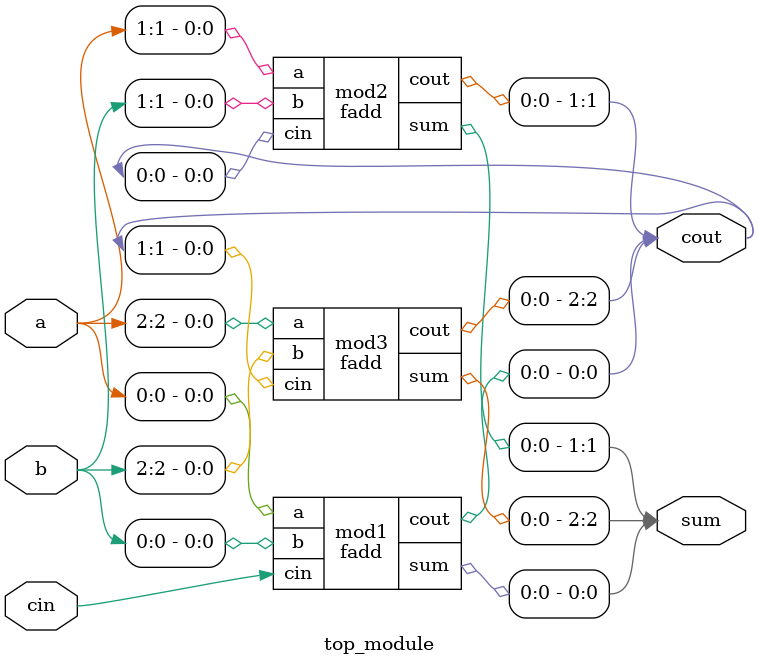
<source format=v>
module fadd(
	input a, b, cin,
    output cout, sum
);
    assign {cout, sum} = a + b + cin;
endmodule

module top_module( 
    input [2:0] a, b,
    input cin,
    output [2:0] cout,
    output [2:0] sum );
    fadd mod1(a[0], b[0], cin, cout[0], sum[0]);
    fadd mod2(a[1], b[1], cout[0], cout[1], sum[1]);
    fadd mod3(a[2], b[2], cout[1], cout[2], sum[2]);
endmodule

</source>
